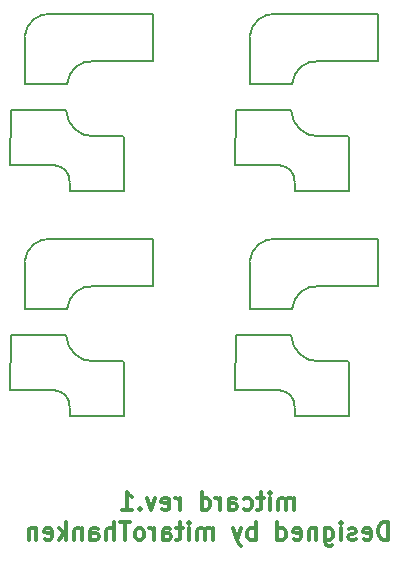
<source format=gbo>
G04 #@! TF.GenerationSoftware,KiCad,Pcbnew,(5.0.2)-1*
G04 #@! TF.CreationDate,2019-03-22T22:15:34+09:00*
G04 #@! TF.ProjectId,mitcard,6d697463-6172-4642-9e6b-696361645f70,rev?*
G04 #@! TF.SameCoordinates,Original*
G04 #@! TF.FileFunction,Legend,Bot*
G04 #@! TF.FilePolarity,Positive*
%FSLAX46Y46*%
G04 Gerber Fmt 4.6, Leading zero omitted, Abs format (unit mm)*
G04 Created by KiCad (PCBNEW (5.0.2)-1) date 2019/03/22 22:15:34*
%MOMM*%
%LPD*%
G01*
G04 APERTURE LIST*
%ADD10C,0.300000*%
%ADD11C,0.150000*%
G04 APERTURE END LIST*
D10*
X122619285Y-98688571D02*
X122619285Y-97688571D01*
X122619285Y-97831428D02*
X122547857Y-97760000D01*
X122405000Y-97688571D01*
X122190714Y-97688571D01*
X122047857Y-97760000D01*
X121976428Y-97902857D01*
X121976428Y-98688571D01*
X121976428Y-97902857D02*
X121905000Y-97760000D01*
X121762142Y-97688571D01*
X121547857Y-97688571D01*
X121405000Y-97760000D01*
X121333571Y-97902857D01*
X121333571Y-98688571D01*
X120619285Y-98688571D02*
X120619285Y-97688571D01*
X120619285Y-97188571D02*
X120690714Y-97260000D01*
X120619285Y-97331428D01*
X120547857Y-97260000D01*
X120619285Y-97188571D01*
X120619285Y-97331428D01*
X120119285Y-97688571D02*
X119547857Y-97688571D01*
X119905000Y-97188571D02*
X119905000Y-98474285D01*
X119833571Y-98617142D01*
X119690714Y-98688571D01*
X119547857Y-98688571D01*
X118405000Y-98617142D02*
X118547857Y-98688571D01*
X118833571Y-98688571D01*
X118976428Y-98617142D01*
X119047857Y-98545714D01*
X119119285Y-98402857D01*
X119119285Y-97974285D01*
X119047857Y-97831428D01*
X118976428Y-97760000D01*
X118833571Y-97688571D01*
X118547857Y-97688571D01*
X118405000Y-97760000D01*
X117119285Y-98688571D02*
X117119285Y-97902857D01*
X117190714Y-97760000D01*
X117333571Y-97688571D01*
X117619285Y-97688571D01*
X117762142Y-97760000D01*
X117119285Y-98617142D02*
X117262142Y-98688571D01*
X117619285Y-98688571D01*
X117762142Y-98617142D01*
X117833571Y-98474285D01*
X117833571Y-98331428D01*
X117762142Y-98188571D01*
X117619285Y-98117142D01*
X117262142Y-98117142D01*
X117119285Y-98045714D01*
X116405000Y-98688571D02*
X116405000Y-97688571D01*
X116405000Y-97974285D02*
X116333571Y-97831428D01*
X116262142Y-97760000D01*
X116119285Y-97688571D01*
X115976428Y-97688571D01*
X114833571Y-98688571D02*
X114833571Y-97188571D01*
X114833571Y-98617142D02*
X114976428Y-98688571D01*
X115262142Y-98688571D01*
X115405000Y-98617142D01*
X115476428Y-98545714D01*
X115547857Y-98402857D01*
X115547857Y-97974285D01*
X115476428Y-97831428D01*
X115405000Y-97760000D01*
X115262142Y-97688571D01*
X114976428Y-97688571D01*
X114833571Y-97760000D01*
X112976428Y-98688571D02*
X112976428Y-97688571D01*
X112976428Y-97974285D02*
X112905000Y-97831428D01*
X112833571Y-97760000D01*
X112690714Y-97688571D01*
X112547857Y-97688571D01*
X111476428Y-98617142D02*
X111619285Y-98688571D01*
X111905000Y-98688571D01*
X112047857Y-98617142D01*
X112119285Y-98474285D01*
X112119285Y-97902857D01*
X112047857Y-97760000D01*
X111905000Y-97688571D01*
X111619285Y-97688571D01*
X111476428Y-97760000D01*
X111405000Y-97902857D01*
X111405000Y-98045714D01*
X112119285Y-98188571D01*
X110905000Y-97688571D02*
X110547857Y-98688571D01*
X110190714Y-97688571D01*
X109619285Y-98545714D02*
X109547857Y-98617142D01*
X109619285Y-98688571D01*
X109690714Y-98617142D01*
X109619285Y-98545714D01*
X109619285Y-98688571D01*
X108119285Y-98688571D02*
X108976428Y-98688571D01*
X108547857Y-98688571D02*
X108547857Y-97188571D01*
X108690714Y-97402857D01*
X108833571Y-97545714D01*
X108976428Y-97617142D01*
X130619285Y-101238571D02*
X130619285Y-99738571D01*
X130262142Y-99738571D01*
X130047857Y-99810000D01*
X129905000Y-99952857D01*
X129833571Y-100095714D01*
X129762142Y-100381428D01*
X129762142Y-100595714D01*
X129833571Y-100881428D01*
X129905000Y-101024285D01*
X130047857Y-101167142D01*
X130262142Y-101238571D01*
X130619285Y-101238571D01*
X128547857Y-101167142D02*
X128690714Y-101238571D01*
X128976428Y-101238571D01*
X129119285Y-101167142D01*
X129190714Y-101024285D01*
X129190714Y-100452857D01*
X129119285Y-100310000D01*
X128976428Y-100238571D01*
X128690714Y-100238571D01*
X128547857Y-100310000D01*
X128476428Y-100452857D01*
X128476428Y-100595714D01*
X129190714Y-100738571D01*
X127905000Y-101167142D02*
X127762142Y-101238571D01*
X127476428Y-101238571D01*
X127333571Y-101167142D01*
X127262142Y-101024285D01*
X127262142Y-100952857D01*
X127333571Y-100810000D01*
X127476428Y-100738571D01*
X127690714Y-100738571D01*
X127833571Y-100667142D01*
X127905000Y-100524285D01*
X127905000Y-100452857D01*
X127833571Y-100310000D01*
X127690714Y-100238571D01*
X127476428Y-100238571D01*
X127333571Y-100310000D01*
X126619285Y-101238571D02*
X126619285Y-100238571D01*
X126619285Y-99738571D02*
X126690714Y-99810000D01*
X126619285Y-99881428D01*
X126547857Y-99810000D01*
X126619285Y-99738571D01*
X126619285Y-99881428D01*
X125262142Y-100238571D02*
X125262142Y-101452857D01*
X125333571Y-101595714D01*
X125405000Y-101667142D01*
X125547857Y-101738571D01*
X125762142Y-101738571D01*
X125905000Y-101667142D01*
X125262142Y-101167142D02*
X125405000Y-101238571D01*
X125690714Y-101238571D01*
X125833571Y-101167142D01*
X125905000Y-101095714D01*
X125976428Y-100952857D01*
X125976428Y-100524285D01*
X125905000Y-100381428D01*
X125833571Y-100310000D01*
X125690714Y-100238571D01*
X125405000Y-100238571D01*
X125262142Y-100310000D01*
X124547857Y-100238571D02*
X124547857Y-101238571D01*
X124547857Y-100381428D02*
X124476428Y-100310000D01*
X124333571Y-100238571D01*
X124119285Y-100238571D01*
X123976428Y-100310000D01*
X123905000Y-100452857D01*
X123905000Y-101238571D01*
X122619285Y-101167142D02*
X122762142Y-101238571D01*
X123047857Y-101238571D01*
X123190714Y-101167142D01*
X123262142Y-101024285D01*
X123262142Y-100452857D01*
X123190714Y-100310000D01*
X123047857Y-100238571D01*
X122762142Y-100238571D01*
X122619285Y-100310000D01*
X122547857Y-100452857D01*
X122547857Y-100595714D01*
X123262142Y-100738571D01*
X121262142Y-101238571D02*
X121262142Y-99738571D01*
X121262142Y-101167142D02*
X121405000Y-101238571D01*
X121690714Y-101238571D01*
X121833571Y-101167142D01*
X121905000Y-101095714D01*
X121976428Y-100952857D01*
X121976428Y-100524285D01*
X121905000Y-100381428D01*
X121833571Y-100310000D01*
X121690714Y-100238571D01*
X121405000Y-100238571D01*
X121262142Y-100310000D01*
X119405000Y-101238571D02*
X119405000Y-99738571D01*
X119405000Y-100310000D02*
X119262142Y-100238571D01*
X118976428Y-100238571D01*
X118833571Y-100310000D01*
X118762142Y-100381428D01*
X118690714Y-100524285D01*
X118690714Y-100952857D01*
X118762142Y-101095714D01*
X118833571Y-101167142D01*
X118976428Y-101238571D01*
X119262142Y-101238571D01*
X119405000Y-101167142D01*
X118190714Y-100238571D02*
X117833571Y-101238571D01*
X117476428Y-100238571D02*
X117833571Y-101238571D01*
X117976428Y-101595714D01*
X118047857Y-101667142D01*
X118190714Y-101738571D01*
X115762142Y-101238571D02*
X115762142Y-100238571D01*
X115762142Y-100381428D02*
X115690714Y-100310000D01*
X115547857Y-100238571D01*
X115333571Y-100238571D01*
X115190714Y-100310000D01*
X115119285Y-100452857D01*
X115119285Y-101238571D01*
X115119285Y-100452857D02*
X115047857Y-100310000D01*
X114905000Y-100238571D01*
X114690714Y-100238571D01*
X114547857Y-100310000D01*
X114476428Y-100452857D01*
X114476428Y-101238571D01*
X113762142Y-101238571D02*
X113762142Y-100238571D01*
X113762142Y-99738571D02*
X113833571Y-99810000D01*
X113762142Y-99881428D01*
X113690714Y-99810000D01*
X113762142Y-99738571D01*
X113762142Y-99881428D01*
X113262142Y-100238571D02*
X112690714Y-100238571D01*
X113047857Y-99738571D02*
X113047857Y-101024285D01*
X112976428Y-101167142D01*
X112833571Y-101238571D01*
X112690714Y-101238571D01*
X111547857Y-101238571D02*
X111547857Y-100452857D01*
X111619285Y-100310000D01*
X111762142Y-100238571D01*
X112047857Y-100238571D01*
X112190714Y-100310000D01*
X111547857Y-101167142D02*
X111690714Y-101238571D01*
X112047857Y-101238571D01*
X112190714Y-101167142D01*
X112262142Y-101024285D01*
X112262142Y-100881428D01*
X112190714Y-100738571D01*
X112047857Y-100667142D01*
X111690714Y-100667142D01*
X111547857Y-100595714D01*
X110833571Y-101238571D02*
X110833571Y-100238571D01*
X110833571Y-100524285D02*
X110762142Y-100381428D01*
X110690714Y-100310000D01*
X110547857Y-100238571D01*
X110405000Y-100238571D01*
X109690714Y-101238571D02*
X109833571Y-101167142D01*
X109905000Y-101095714D01*
X109976428Y-100952857D01*
X109976428Y-100524285D01*
X109905000Y-100381428D01*
X109833571Y-100310000D01*
X109690714Y-100238571D01*
X109476428Y-100238571D01*
X109333571Y-100310000D01*
X109262142Y-100381428D01*
X109190714Y-100524285D01*
X109190714Y-100952857D01*
X109262142Y-101095714D01*
X109333571Y-101167142D01*
X109476428Y-101238571D01*
X109690714Y-101238571D01*
X108762142Y-99738571D02*
X107905000Y-99738571D01*
X108333571Y-101238571D02*
X108333571Y-99738571D01*
X107405000Y-101238571D02*
X107405000Y-99738571D01*
X106762142Y-101238571D02*
X106762142Y-100452857D01*
X106833571Y-100310000D01*
X106976428Y-100238571D01*
X107190714Y-100238571D01*
X107333571Y-100310000D01*
X107405000Y-100381428D01*
X105405000Y-101238571D02*
X105405000Y-100452857D01*
X105476428Y-100310000D01*
X105619285Y-100238571D01*
X105905000Y-100238571D01*
X106047857Y-100310000D01*
X105405000Y-101167142D02*
X105547857Y-101238571D01*
X105905000Y-101238571D01*
X106047857Y-101167142D01*
X106119285Y-101024285D01*
X106119285Y-100881428D01*
X106047857Y-100738571D01*
X105905000Y-100667142D01*
X105547857Y-100667142D01*
X105405000Y-100595714D01*
X104690714Y-100238571D02*
X104690714Y-101238571D01*
X104690714Y-100381428D02*
X104619285Y-100310000D01*
X104476428Y-100238571D01*
X104262142Y-100238571D01*
X104119285Y-100310000D01*
X104047857Y-100452857D01*
X104047857Y-101238571D01*
X103333571Y-101238571D02*
X103333571Y-99738571D01*
X103190714Y-100667142D02*
X102762142Y-101238571D01*
X102762142Y-100238571D02*
X103333571Y-100810000D01*
X101547857Y-101167142D02*
X101690714Y-101238571D01*
X101976428Y-101238571D01*
X102119285Y-101167142D01*
X102190714Y-101024285D01*
X102190714Y-100452857D01*
X102119285Y-100310000D01*
X101976428Y-100238571D01*
X101690714Y-100238571D01*
X101547857Y-100310000D01*
X101476428Y-100452857D01*
X101476428Y-100595714D01*
X102190714Y-100738571D01*
X100833571Y-100238571D02*
X100833571Y-101238571D01*
X100833571Y-100381428D02*
X100762142Y-100310000D01*
X100619285Y-100238571D01*
X100405000Y-100238571D01*
X100262142Y-100310000D01*
X100190714Y-100452857D01*
X100190714Y-101238571D01*
D11*
G04 #@! TO.C,SW1*
X99850000Y-62604000D02*
X103460000Y-62604000D01*
X99850000Y-58650000D02*
X99850000Y-62595000D01*
X110750000Y-56696000D02*
X102125000Y-56696000D01*
X110750000Y-60604000D02*
X110750000Y-56696000D01*
X110750000Y-60650000D02*
X105700000Y-60696000D01*
X99861000Y-58580000D02*
G75*
G02X102125000Y-56696000I2074000J-190000D01*
G01*
X103465000Y-62580000D02*
G75*
G02X105725000Y-60700000I2070000J-190000D01*
G01*
X108225000Y-71725000D02*
X103675000Y-71725000D01*
X108225000Y-67075000D02*
X105675000Y-67075000D01*
X103375000Y-64875000D02*
X98675000Y-64875000D01*
X102450000Y-69525000D02*
X98675000Y-69525000D01*
X108250000Y-67100000D02*
X108250000Y-71700000D01*
X98675000Y-64900000D02*
X98650000Y-69500000D01*
X103380000Y-64900000D02*
G75*
G03X105750000Y-67070000I2270000J100000D01*
G01*
X103670000Y-70950000D02*
G75*
G03X102450000Y-69530000I-1320000J100000D01*
G01*
X103670000Y-71000000D02*
X103670000Y-71700000D01*
G04 #@! TO.C,SW4*
X122720000Y-90050000D02*
X122720000Y-90750000D01*
X122720000Y-90000000D02*
G75*
G03X121500000Y-88580000I-1320000J100000D01*
G01*
X122430000Y-83950000D02*
G75*
G03X124800000Y-86120000I2270000J100000D01*
G01*
X117725000Y-83950000D02*
X117700000Y-88550000D01*
X127300000Y-86150000D02*
X127300000Y-90750000D01*
X121500000Y-88575000D02*
X117725000Y-88575000D01*
X122425000Y-83925000D02*
X117725000Y-83925000D01*
X127275000Y-86125000D02*
X124725000Y-86125000D01*
X127275000Y-90775000D02*
X122725000Y-90775000D01*
X122515000Y-81630000D02*
G75*
G02X124775000Y-79750000I2070000J-190000D01*
G01*
X118911000Y-77630000D02*
G75*
G02X121175000Y-75746000I2074000J-190000D01*
G01*
X129800000Y-79700000D02*
X124750000Y-79746000D01*
X129800000Y-79654000D02*
X129800000Y-75746000D01*
X129800000Y-75746000D02*
X121175000Y-75746000D01*
X118900000Y-77700000D02*
X118900000Y-81645000D01*
X118900000Y-81654000D02*
X122510000Y-81654000D01*
G04 #@! TO.C,SW2*
X103670000Y-90050000D02*
X103670000Y-90750000D01*
X103670000Y-90000000D02*
G75*
G03X102450000Y-88580000I-1320000J100000D01*
G01*
X103380000Y-83950000D02*
G75*
G03X105750000Y-86120000I2270000J100000D01*
G01*
X98675000Y-83950000D02*
X98650000Y-88550000D01*
X108250000Y-86150000D02*
X108250000Y-90750000D01*
X102450000Y-88575000D02*
X98675000Y-88575000D01*
X103375000Y-83925000D02*
X98675000Y-83925000D01*
X108225000Y-86125000D02*
X105675000Y-86125000D01*
X108225000Y-90775000D02*
X103675000Y-90775000D01*
X103465000Y-81630000D02*
G75*
G02X105725000Y-79750000I2070000J-190000D01*
G01*
X99861000Y-77630000D02*
G75*
G02X102125000Y-75746000I2074000J-190000D01*
G01*
X110750000Y-79700000D02*
X105700000Y-79746000D01*
X110750000Y-79654000D02*
X110750000Y-75746000D01*
X110750000Y-75746000D02*
X102125000Y-75746000D01*
X99850000Y-77700000D02*
X99850000Y-81645000D01*
X99850000Y-81654000D02*
X103460000Y-81654000D01*
G04 #@! TO.C,SW3*
X118900000Y-62604000D02*
X122510000Y-62604000D01*
X118900000Y-58650000D02*
X118900000Y-62595000D01*
X129800000Y-56696000D02*
X121175000Y-56696000D01*
X129800000Y-60604000D02*
X129800000Y-56696000D01*
X129800000Y-60650000D02*
X124750000Y-60696000D01*
X118911000Y-58580000D02*
G75*
G02X121175000Y-56696000I2074000J-190000D01*
G01*
X122515000Y-62580000D02*
G75*
G02X124775000Y-60700000I2070000J-190000D01*
G01*
X127275000Y-71725000D02*
X122725000Y-71725000D01*
X127275000Y-67075000D02*
X124725000Y-67075000D01*
X122425000Y-64875000D02*
X117725000Y-64875000D01*
X121500000Y-69525000D02*
X117725000Y-69525000D01*
X127300000Y-67100000D02*
X127300000Y-71700000D01*
X117725000Y-64900000D02*
X117700000Y-69500000D01*
X122430000Y-64900000D02*
G75*
G03X124800000Y-67070000I2270000J100000D01*
G01*
X122720000Y-70950000D02*
G75*
G03X121500000Y-69530000I-1320000J100000D01*
G01*
X122720000Y-71000000D02*
X122720000Y-71700000D01*
G04 #@! TD*
M02*

</source>
